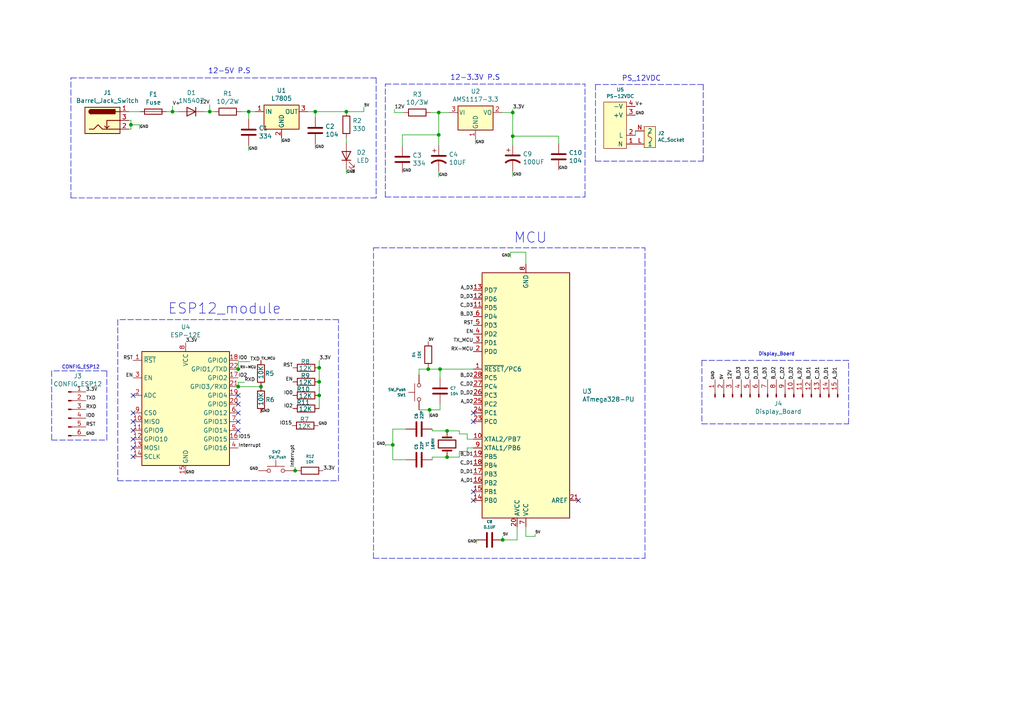
<source format=kicad_sch>
(kicad_sch (version 20211123) (generator eeschema)
  (paper "A4")
  (lib_symbols
    (symbol "AC_Socket:AC_Socket" (pin_names (offset 1.016))
      (property "Reference" "J" (at 0 0 0))
      (property "Value" "AC_Socket" (at 0 0 0))
      (symbol "AC_Socket_0_1"
        (polyline (pts (xy 27.94 -31.75) (xy 27.94 -27.94)))
        (polyline (pts (xy 27.94 -27.94) (xy 27.94 -26.67) (xy 31.242 -26.67) (xy 31.242 -32.766) (xy 27.94 -32.766) (xy 27.94 -31.75)) (fill (type background)))
        (arc (start 29.464 -28.702) (mid 29.1069 -29.3059) (end 29.718 -29.718))
        (arc (start 29.718 -30.988) (mid 30.1479 -30.353) (end 29.718 -29.718))
      )
      (symbol "AC_Socket_1_1"
        (pin power_in line (at 25.4 -31.75 0) (length 2.54) (name "1") (number "L"))
        (pin power_in line (at 25.4 -27.94 0) (length 2.54) (name "2") (number "N"))
      )
    )
    (symbol "Connector:Barrel_Jack_Switch" (pin_names hide)
      (property "Reference" "J" (at 0 5.334 0))
      (property "Value" "Barrel_Jack_Switch" (at 0 -5.08 0))
      (symbol "Barrel_Jack_Switch_0_1"
        (rectangle (start -5.08 3.81) (end 5.08 -3.81) (stroke (width 0.254)) (fill (type background)))
        (arc (start -3.302 3.175) (mid -3.937 2.54) (end -3.302 1.905) (stroke (width 0.254)))
        (arc (start -3.302 3.175) (mid -3.937 2.54) (end -3.302 1.905) (stroke (width 0.254)) (fill (type outline)))
        (polyline (pts (xy 1.27 -2.286) (xy 1.905 -1.651)) (stroke (width 0.254)))
        (polyline (pts (xy 5.08 2.54) (xy 3.81 2.54)) (stroke (width 0.254)))
        (polyline (pts (xy 5.08 0) (xy 1.27 0) (xy 1.27 -2.286) (xy 0.635 -1.651)) (stroke (width 0.254)))
        (polyline (pts (xy -3.81 -2.54) (xy -2.54 -2.54) (xy -1.27 -1.27) (xy 0 -2.54) (xy 2.54 -2.54) (xy 5.08 -2.54)) (stroke (width 0.254)))
        (rectangle (start 3.683 3.175) (end -3.302 1.905) (stroke (width 0.254)) (fill (type outline)))
      )
      (symbol "Barrel_Jack_Switch_1_1"
        (pin passive line (at 7.62 2.54 180) (length 2.54) (name "~") (number "1"))
        (pin passive line (at 7.62 -2.54 180) (length 2.54) (name "~") (number "2"))
        (pin passive line (at 7.62 0 180) (length 2.54) (name "~") (number "3"))
      )
    )
    (symbol "Connector:Conn_01x06_Male" (pin_names (offset 1.016) hide)
      (property "Reference" "J" (at 0 7.62 0))
      (property "Value" "Conn_01x06_Male" (at 0 -10.16 0))
      (symbol "Conn_01x06_Male_1_1"
        (polyline (pts (xy 1.27 -7.62) (xy 0.8636 -7.62)) (stroke (width 0.1524)))
        (polyline (pts (xy 1.27 -5.08) (xy 0.8636 -5.08)) (stroke (width 0.1524)))
        (polyline (pts (xy 1.27 -2.54) (xy 0.8636 -2.54)) (stroke (width 0.1524)))
        (polyline (pts (xy 1.27 0) (xy 0.8636 0)) (stroke (width 0.1524)))
        (polyline (pts (xy 1.27 2.54) (xy 0.8636 2.54)) (stroke (width 0.1524)))
        (polyline (pts (xy 1.27 5.08) (xy 0.8636 5.08)) (stroke (width 0.1524)))
        (rectangle (start 0.8636 -7.493) (end 0 -7.747) (stroke (width 0.1524)) (fill (type outline)))
        (rectangle (start 0.8636 -4.953) (end 0 -5.207) (stroke (width 0.1524)) (fill (type outline)))
        (rectangle (start 0.8636 -2.413) (end 0 -2.667) (stroke (width 0.1524)) (fill (type outline)))
        (rectangle (start 0.8636 0.127) (end 0 -0.127) (stroke (width 0.1524)) (fill (type outline)))
        (rectangle (start 0.8636 2.667) (end 0 2.413) (stroke (width 0.1524)) (fill (type outline)))
        (rectangle (start 0.8636 5.207) (end 0 4.953) (stroke (width 0.1524)) (fill (type outline)))
        (pin passive line (at 5.08 5.08 180) (length 3.81) (name "Pin_1") (number "1"))
        (pin passive line (at 5.08 2.54 180) (length 3.81) (name "Pin_2") (number "2"))
        (pin passive line (at 5.08 0 180) (length 3.81) (name "Pin_3") (number "3"))
        (pin passive line (at 5.08 -2.54 180) (length 3.81) (name "Pin_4") (number "4"))
        (pin passive line (at 5.08 -5.08 180) (length 3.81) (name "Pin_5") (number "5"))
        (pin passive line (at 5.08 -7.62 180) (length 3.81) (name "Pin_6") (number "6"))
      )
    )
    (symbol "Connector:Conn_01x15_Male" (pin_names (offset 1.016) hide)
      (property "Reference" "J" (at 0 20.32 0))
      (property "Value" "Conn_01x15_Male" (at 0 -20.32 0))
      (symbol "Conn_01x15_Male_1_1"
        (polyline (pts (xy 1.27 -17.78) (xy 0.8636 -17.78)) (stroke (width 0.1524)))
        (polyline (pts (xy 1.27 -15.24) (xy 0.8636 -15.24)) (stroke (width 0.1524)))
        (polyline (pts (xy 1.27 -12.7) (xy 0.8636 -12.7)) (stroke (width 0.1524)))
        (polyline (pts (xy 1.27 -10.16) (xy 0.8636 -10.16)) (stroke (width 0.1524)))
        (polyline (pts (xy 1.27 -7.62) (xy 0.8636 -7.62)) (stroke (width 0.1524)))
        (polyline (pts (xy 1.27 -5.08) (xy 0.8636 -5.08)) (stroke (width 0.1524)))
        (polyline (pts (xy 1.27 -2.54) (xy 0.8636 -2.54)) (stroke (width 0.1524)))
        (polyline (pts (xy 1.27 0) (xy 0.8636 0)) (stroke (width 0.1524)))
        (polyline (pts (xy 1.27 2.54) (xy 0.8636 2.54)) (stroke (width 0.1524)))
        (polyline (pts (xy 1.27 5.08) (xy 0.8636 5.08)) (stroke (width 0.1524)))
        (polyline (pts (xy 1.27 7.62) (xy 0.8636 7.62)) (stroke (width 0.1524)))
        (polyline (pts (xy 1.27 10.16) (xy 0.8636 10.16)) (stroke (width 0.1524)))
        (polyline (pts (xy 1.27 12.7) (xy 0.8636 12.7)) (stroke (width 0.1524)))
        (polyline (pts (xy 1.27 15.24) (xy 0.8636 15.24)) (stroke (width 0.1524)))
        (polyline (pts (xy 1.27 17.78) (xy 0.8636 17.78)) (stroke (width 0.1524)))
        (rectangle (start 0.8636 -17.653) (end 0 -17.907) (stroke (width 0.1524)) (fill (type outline)))
        (rectangle (start 0.8636 -15.113) (end 0 -15.367) (stroke (width 0.1524)) (fill (type outline)))
        (rectangle (start 0.8636 -12.573) (end 0 -12.827) (stroke (width 0.1524)) (fill (type outline)))
        (rectangle (start 0.8636 -10.033) (end 0 -10.287) (stroke (width 0.1524)) (fill (type outline)))
        (rectangle (start 0.8636 -7.493) (end 0 -7.747) (stroke (width 0.1524)) (fill (type outline)))
        (rectangle (start 0.8636 -4.953) (end 0 -5.207) (stroke (width 0.1524)) (fill (type outline)))
        (rectangle (start 0.8636 -2.413) (end 0 -2.667) (stroke (width 0.1524)) (fill (type outline)))
        (rectangle (start 0.8636 0.127) (end 0 -0.127) (stroke (width 0.1524)) (fill (type outline)))
        (rectangle (start 0.8636 2.667) (end 0 2.413) (stroke (width 0.1524)) (fill (type outline)))
        (rectangle (start 0.8636 5.207) (end 0 4.953) (stroke (width 0.1524)) (fill (type outline)))
        (rectangle (start 0.8636 7.747) (end 0 7.493) (stroke (width 0.1524)) (fill (type outline)))
        (rectangle (start 0.8636 10.287) (end 0 10.033) (stroke (width 0.1524)) (fill (type outline)))
        (rectangle (start 0.8636 12.827) (end 0 12.573) (stroke (width 0.1524)) (fill (type outline)))
        (rectangle (start 0.8636 15.367) (end 0 15.113) (stroke (width 0.1524)) (fill (type outline)))
        (rectangle (start 0.8636 17.907) (end 0 17.653) (stroke (width 0.1524)) (fill (type outline)))
        (pin passive line (at 5.08 17.78 180) (length 3.81) (name "Pin_1") (number "1"))
        (pin passive line (at 5.08 -5.08 180) (length 3.81) (name "Pin_10") (number "10"))
        (pin passive line (at 5.08 -7.62 180) (length 3.81) (name "Pin_11") (number "11"))
        (pin passive line (at 5.08 -10.16 180) (length 3.81) (name "Pin_12") (number "12"))
        (pin passive line (at 5.08 -12.7 180) (length 3.81) (name "Pin_13") (number "13"))
        (pin passive line (at 5.08 -15.24 180) (length 3.81) (name "Pin_14") (number "14"))
        (pin passive line (at 5.08 -17.78 180) (length 3.81) (name "Pin_15") (number "15"))
        (pin passive line (at 5.08 15.24 180) (length 3.81) (name "Pin_2") (number "2"))
        (pin passive line (at 5.08 12.7 180) (length 3.81) (name "Pin_3") (number "3"))
        (pin passive line (at 5.08 10.16 180) (length 3.81) (name "Pin_4") (number "4"))
        (pin passive line (at 5.08 7.62 180) (length 3.81) (name "Pin_5") (number "5"))
        (pin passive line (at 5.08 5.08 180) (length 3.81) (name "Pin_6") (number "6"))
        (pin passive line (at 5.08 2.54 180) (length 3.81) (name "Pin_7") (number "7"))
        (pin passive line (at 5.08 0 180) (length 3.81) (name "Pin_8") (number "8"))
        (pin passive line (at 5.08 -2.54 180) (length 3.81) (name "Pin_9") (number "9"))
      )
    )
    (symbol "Device:C" (pin_numbers hide) (pin_names (offset 0.254))
      (property "Reference" "C" (at 0.635 2.54 0))
      (property "Value" "C" (at 0.635 -2.54 0))
      (symbol "C_0_1"
        (polyline (pts (xy -2.032 -0.762) (xy 2.032 -0.762)) (stroke (width 0.508)))
        (polyline (pts (xy -2.032 0.762) (xy 2.032 0.762)) (stroke (width 0.508)))
      )
      (symbol "C_1_1"
        (pin passive line (at 0 3.81 270) (length 2.794) (name "~") (number "1"))
        (pin passive line (at 0 -3.81 90) (length 2.794) (name "~") (number "2"))
      )
    )
    (symbol "Device:Crystal" (pin_numbers hide) (pin_names (offset 1.016) hide)
      (property "Reference" "Y" (at 0 3.81 0))
      (property "Value" "Crystal" (at 0 -3.81 0))
      (symbol "Crystal_0_1"
        (rectangle (start -1.143 2.54) (end 1.143 -2.54) (stroke (width 0.3048)))
        (polyline (pts (xy -2.54 0) (xy -1.905 0)))
        (polyline (pts (xy -1.905 -1.27) (xy -1.905 1.27)) (stroke (width 0.508)))
        (polyline (pts (xy 1.905 -1.27) (xy 1.905 1.27)) (stroke (width 0.508)))
        (polyline (pts (xy 2.54 0) (xy 1.905 0)))
      )
      (symbol "Crystal_1_1"
        (pin passive line (at -3.81 0 0) (length 1.27) (name "1") (number "1"))
        (pin passive line (at 3.81 0 180) (length 1.27) (name "2") (number "2"))
      )
    )
    (symbol "Device:Fuse" (pin_numbers hide) (pin_names (offset 0))
      (property "Reference" "F" (at 2.032 0 90))
      (property "Value" "Fuse" (at -1.905 0 90))
      (symbol "Fuse_0_1"
        (rectangle (start -0.762 -2.54) (end 0.762 2.54) (stroke (width 0.254)))
        (polyline (pts (xy 0 2.54) (xy 0 -2.54)))
      )
      (symbol "Fuse_1_1"
        (pin passive line (at 0 3.81 270) (length 1.27) (name "~") (number "1"))
        (pin passive line (at 0 -3.81 90) (length 1.27) (name "~") (number "2"))
      )
    )
    (symbol "Device:LED" (pin_numbers hide) (pin_names (offset 1.016) hide)
      (property "Reference" "D" (at 0 2.54 0))
      (property "Value" "LED" (at 0 -2.54 0))
      (symbol "LED_0_1"
        (polyline (pts (xy -1.27 -1.27) (xy -1.27 1.27)) (stroke (width 0.254)))
        (polyline (pts (xy -1.27 0) (xy 1.27 0)))
        (polyline (pts (xy 1.27 -1.27) (xy 1.27 1.27) (xy -1.27 0) (xy 1.27 -1.27)) (stroke (width 0.254)))
        (polyline (pts (xy -3.048 -0.762) (xy -4.572 -2.286) (xy -3.81 -2.286) (xy -4.572 -2.286) (xy -4.572 -1.524)))
        (polyline (pts (xy -1.778 -0.762) (xy -3.302 -2.286) (xy -2.54 -2.286) (xy -3.302 -2.286) (xy -3.302 -1.524)))
      )
      (symbol "LED_1_1"
        (pin passive line (at -3.81 0 0) (length 2.54) (name "K") (number "1"))
        (pin passive line (at 3.81 0 180) (length 2.54) (name "A") (number "2"))
      )
    )
    (symbol "Device:R" (pin_numbers hide) (pin_names (offset 0))
      (property "Reference" "R" (at 2.032 0 90))
      (property "Value" "R" (at 0 0 90))
      (symbol "R_0_1"
        (rectangle (start -1.016 -2.54) (end 1.016 2.54) (stroke (width 0.254)))
      )
      (symbol "R_1_1"
        (pin passive line (at 0 3.81 270) (length 1.27) (name "~") (number "1"))
        (pin passive line (at 0 -3.81 90) (length 1.27) (name "~") (number "2"))
      )
    )
    (symbol "Diode:1N5407" (pin_numbers hide) (pin_names (offset 1.016) hide)
      (property "Reference" "D" (at 0 2.54 0))
      (property "Value" "1N5407" (at 0 -2.54 0))
      (symbol "1N5407_0_1"
        (polyline (pts (xy -1.27 1.27) (xy -1.27 -1.27)) (stroke (width 0.254)))
        (polyline (pts (xy 1.27 0) (xy -1.27 0)))
        (polyline (pts (xy 1.27 1.27) (xy 1.27 -1.27) (xy -1.27 0) (xy 1.27 1.27)) (stroke (width 0.254)))
      )
      (symbol "1N5407_1_1"
        (pin passive line (at -3.81 0 0) (length 2.54) (name "K") (number "1"))
        (pin passive line (at 3.81 0 180) (length 2.54) (name "A") (number "2"))
      )
    )
    (symbol "PS_12VDC:PS-12VDC" (pin_names (offset 1.016))
      (property "Reference" "U" (at 0 0 0))
      (property "Value" "PS-12VDC" (at 0 0 0))
      (symbol "PS-12VDC_0_1"
        (rectangle (start 3.302 -2.286) (end 9.906 -15.748) (fill (type background)))
      )
      (symbol "PS-12VDC_1_1"
        (pin power_in line (at 0.762 -3.556 0) (length 2.54) (name "N") (number "1"))
        (pin power_in line (at 0.762 -6.096 0) (length 2.54) (name "L") (number "2"))
        (pin power_out line (at 0.762 -11.938 0) (length 2.54) (name "+V") (number "3"))
        (pin power_out line (at 0.762 -14.478 0) (length 2.54) (name "-V") (number "4"))
      )
    )
    (symbol "RF_Module:ESP-12E"
      (property "Reference" "U" (at -12.7 19.05 0))
      (property "Value" "ESP-12E" (at 12.7 19.05 0))
      (symbol "ESP-12E_0_1"
        (rectangle (start -12.7 17.78) (end 12.7 -15.24) (stroke (width 0.254)) (fill (type background)))
      )
      (symbol "ESP-12E_1_1"
        (pin input line (at -15.24 15.24 0) (length 2.54) (name "~{RST}") (number "1"))
        (pin bidirectional line (at -15.24 -2.54 0) (length 2.54) (name "MISO") (number "10"))
        (pin bidirectional line (at -15.24 -5.08 0) (length 2.54) (name "GPIO9") (number "11"))
        (pin bidirectional line (at -15.24 -7.62 0) (length 2.54) (name "GPIO10") (number "12"))
        (pin bidirectional line (at -15.24 -10.16 0) (length 2.54) (name "MOSI") (number "13"))
        (pin bidirectional line (at -15.24 -12.7 0) (length 2.54) (name "SCLK") (number "14"))
        (pin power_in line (at 0 -17.78 90) (length 2.54) (name "GND") (number "15"))
        (pin bidirectional line (at 15.24 -7.62 180) (length 2.54) (name "GPIO15") (number "16"))
        (pin bidirectional line (at 15.24 10.16 180) (length 2.54) (name "GPIO2") (number "17"))
        (pin bidirectional line (at 15.24 15.24 180) (length 2.54) (name "GPIO0") (number "18"))
        (pin bidirectional line (at 15.24 5.08 180) (length 2.54) (name "GPIO4") (number "19"))
        (pin input line (at -15.24 5.08 0) (length 2.54) (name "ADC") (number "2"))
        (pin bidirectional line (at 15.24 2.54 180) (length 2.54) (name "GPIO5") (number "20"))
        (pin bidirectional line (at 15.24 7.62 180) (length 2.54) (name "GPIO3/RXD") (number "21"))
        (pin bidirectional line (at 15.24 12.7 180) (length 2.54) (name "GPIO1/TXD") (number "22"))
        (pin input line (at -15.24 10.16 0) (length 2.54) (name "EN") (number "3"))
        (pin bidirectional line (at 15.24 -10.16 180) (length 2.54) (name "GPIO16") (number "4"))
        (pin bidirectional line (at 15.24 -5.08 180) (length 2.54) (name "GPIO14") (number "5"))
        (pin bidirectional line (at 15.24 0 180) (length 2.54) (name "GPIO12") (number "6"))
        (pin bidirectional line (at 15.24 -2.54 180) (length 2.54) (name "GPIO13") (number "7"))
        (pin power_in line (at 0 20.32 270) (length 2.54) (name "VCC") (number "8"))
        (pin input line (at -15.24 0 0) (length 2.54) (name "CS0") (number "9"))
      )
    )
    (symbol "Regulator_Linear:AMS1117-3.3" (pin_names (offset 0.254))
      (property "Reference" "U" (at -3.81 3.175 0))
      (property "Value" "AMS1117-3.3" (at 0 3.175 0))
      (symbol "AMS1117-3.3_0_1"
        (rectangle (start -5.08 -5.08) (end 5.08 1.905) (stroke (width 0.254)) (fill (type background)))
      )
      (symbol "AMS1117-3.3_1_1"
        (pin power_in line (at 0 -7.62 90) (length 2.54) (name "GND") (number "1"))
        (pin power_out line (at 7.62 0 180) (length 2.54) (name "VO") (number "2"))
        (pin power_in line (at -7.62 0 0) (length 2.54) (name "VI") (number "3"))
      )
    )
    (symbol "Regulator_Linear:L7805" (pin_names (offset 0.254))
      (property "Reference" "U" (at -3.81 3.175 0))
      (property "Value" "L7805" (at 0 3.175 0))
      (symbol "L7805_0_1"
        (rectangle (start -5.08 1.905) (end 5.08 -5.08) (stroke (width 0.254)) (fill (type background)))
      )
      (symbol "L7805_1_1"
        (pin power_in line (at -7.62 0 0) (length 2.54) (name "IN") (number "1"))
        (pin power_in line (at 0 -7.62 90) (length 2.54) (name "GND") (number "2"))
        (pin power_out line (at 7.62 0 180) (length 2.54) (name "OUT") (number "3"))
      )
    )
    (symbol "Switch:SW_Push" (pin_numbers hide) (pin_names (offset 1.016) hide)
      (property "Reference" "SW" (at 1.27 2.54 0))
      (property "Value" "SW_Push" (at 0 -1.524 0))
      (symbol "SW_Push_0_1"
        (circle (center -2.032 0) (radius 0.508))
        (polyline (pts (xy 0 1.27) (xy 0 3.048)))
        (polyline (pts (xy 2.54 1.27) (xy -2.54 1.27)))
        (circle (center 2.032 0) (radius 0.508))
        (pin passive line (at -5.08 0 0) (length 2.54) (name "1") (number "1"))
        (pin passive line (at 5.08 0 180) (length 2.54) (name "2") (number "2"))
      )
    )
    (symbol "_7SEG_CONTROL-rescue:ATmega328-PU-MCU_Microchip_ATmega"
      (property "Reference" "U" (at -12.7 36.83 0))
      (property "Value" "ATmega328-PU-MCU_Microchip_ATmega" (at 2.54 -36.83 0))
      (symbol "ATmega328-PU-MCU_Microchip_ATmega_0_1"
        (rectangle (start -12.7 -35.56) (end 12.7 35.56) (stroke (width 0.254)) (fill (type background)))
      )
      (symbol "ATmega328-PU-MCU_Microchip_ATmega_1_1"
        (pin bidirectional line (at 15.24 -7.62 180) (length 2.54) (name "~{RESET}/PC6") (number "1"))
        (pin bidirectional line (at 15.24 12.7 180) (length 2.54) (name "XTAL2/PB7") (number "10"))
        (pin bidirectional line (at 15.24 -25.4 180) (length 2.54) (name "PD5") (number "11"))
        (pin bidirectional line (at 15.24 -27.94 180) (length 2.54) (name "PD6") (number "12"))
        (pin bidirectional line (at 15.24 -30.48 180) (length 2.54) (name "PD7") (number "13"))
        (pin bidirectional line (at 15.24 30.48 180) (length 2.54) (name "PB0") (number "14"))
        (pin bidirectional line (at 15.24 27.94 180) (length 2.54) (name "PB1") (number "15"))
        (pin bidirectional line (at 15.24 25.4 180) (length 2.54) (name "PB2") (number "16"))
        (pin bidirectional line (at 15.24 22.86 180) (length 2.54) (name "PB3") (number "17"))
        (pin bidirectional line (at 15.24 20.32 180) (length 2.54) (name "PB4") (number "18"))
        (pin bidirectional line (at 15.24 17.78 180) (length 2.54) (name "PB5") (number "19"))
        (pin bidirectional line (at 15.24 -12.7 180) (length 2.54) (name "PD0") (number "2"))
        (pin power_in line (at 2.54 38.1 270) (length 2.54) (name "AVCC") (number "20"))
        (pin passive line (at -15.24 30.48 0) (length 2.54) (name "AREF") (number "21"))
        (pin passive line (at 0 -38.1 90) (length 2.54) hide (name "GND") (number "22"))
        (pin bidirectional line (at 15.24 7.62 180) (length 2.54) (name "PC0") (number "23"))
        (pin bidirectional line (at 15.24 5.08 180) (length 2.54) (name "PC1") (number "24"))
        (pin bidirectional line (at 15.24 2.54 180) (length 2.54) (name "PC2") (number "25"))
        (pin bidirectional line (at 15.24 0 180) (length 2.54) (name "PC3") (number "26"))
        (pin bidirectional line (at 15.24 -2.54 180) (length 2.54) (name "PC4") (number "27"))
        (pin bidirectional line (at 15.24 -5.08 180) (length 2.54) (name "PC5") (number "28"))
        (pin bidirectional line (at 15.24 -15.24 180) (length 2.54) (name "PD1") (number "3"))
        (pin bidirectional line (at 15.24 -17.78 180) (length 2.54) (name "PD2") (number "4"))
        (pin bidirectional line (at 15.24 -20.32 180) (length 2.54) (name "PD3") (number "5"))
        (pin bidirectional line (at 15.24 -22.86 180) (length 2.54) (name "PD4") (number "6"))
        (pin power_in line (at 0 38.1 270) (length 2.54) (name "VCC") (number "7"))
        (pin power_in line (at 0 -38.1 90) (length 2.54) (name "GND") (number "8"))
        (pin bidirectional line (at 15.24 15.24 180) (length 2.54) (name "XTAL1/PB6") (number "9"))
      )
    )
    (symbol "_7SEG_CONTROL-rescue:CP1-Device" (pin_numbers hide) (pin_names (offset 0.254) hide)
      (property "Reference" "C" (at 0.635 2.54 0))
      (property "Value" "CP1-Device" (at 0.635 -2.54 0))
      (symbol "CP1-Device_0_1"
        (polyline (pts (xy -2.032 0.762) (xy 2.032 0.762)) (stroke (width 0.508)))
        (polyline (pts (xy -1.778 2.286) (xy -0.762 2.286)))
        (polyline (pts (xy -1.27 1.778) (xy -1.27 2.794)))
        (arc (start 2.032 -1.27) (mid 0 -0.5572) (end -2.032 -1.27) (stroke (width 0.508)))
      )
      (symbol "CP1-Device_1_1"
        (pin passive line (at 0 3.81 270) (length 2.794) (name "~") (number "1"))
        (pin passive line (at 0 -3.81 90) (length 3.302) (name "~") (number "2"))
      )
    )
  )
  (junction (at 92.583 114.681))
  (junction (at 129.667 132.588))
  (junction (at 124.206 107.061))
  (junction (at 113.919 129.032))
  (junction (at 50.038 32.385))
  (junction (at 72.136 32.385))
  (junction (at 60.833 32.385))
  (junction (at 85.598 136.525))
  (junction (at 91.44 32.385))
  (junction (at 69.088 107.061))
  (junction (at 127.635 107.061))
  (junction (at 92.583 110.744))
  (junction (at 127.254 39.116))
  (junction (at 75.692 112.141))
  (junction (at 124.587 118.872))
  (junction (at 69.088 112.141))
  (junction (at 129.667 124.968))
  (junction (at 37.973 36.195))
  (junction (at 148.717 32.639))
  (junction (at 127.254 32.639))
  (junction (at 100.457 32.385))
  (junction (at 92.583 106.68))
  (junction (at 145.796 156.591))
  (junction (at 148.717 39.497))
  (no_connect (at 137.287 142.621))
  (no_connect (at 137.287 119.761))
  (no_connect (at 69.088 114.681))
  (no_connect (at 38.608 127.381))
  (no_connect (at 137.287 145.161))
  (no_connect (at 137.287 122.301))
  (no_connect (at 69.088 117.221))
  (no_connect (at 38.608 119.761))
  (no_connect (at 69.088 122.301))
  (no_connect (at 167.767 145.161))
  (no_connect (at 38.608 124.841))
  (no_connect (at 69.088 124.841))
  (no_connect (at 38.608 129.921))
  (no_connect (at 38.608 132.461))
  (no_connect (at 69.088 119.761))
  (no_connect (at 38.608 114.681))
  (no_connect (at 38.608 122.301))
  (wire (pts (xy 133.223 130.937) (xy 133.223 132.588)))
  (wire (pts (xy 69.088 104.902) (xy 72.517 104.902)))
  (wire (pts (xy 129.667 124.968) (xy 125.349 124.968)))
  (wire (pts (xy 40.513 36.195) (xy 40.513 37.338)))
  (wire (pts (xy 69.088 107.061) (xy 69.088 104.902)))
  (wire (pts (xy 85.598 135.509) (xy 85.598 136.525)))
  (wire (pts (xy 152.527 73.152) (xy 148.082 73.152)))
  (wire (pts (xy 124.841 32.639) (xy 127.254 32.639)))
  (polyline (pts (xy 187.071 161.925) (xy 187.071 71.882)))
  (wire (pts (xy 127.254 39.116) (xy 127.254 42.164)))
  (wire (pts (xy 127.254 39.116) (xy 116.713 39.116)))
  (wire (pts (xy 138.176 156.591) (xy 138.176 157.607)))
  (wire (pts (xy 121.539 107.061) (xy 121.539 108.712)))
  (wire (pts (xy 135.509 130.937) (xy 133.223 130.937)))
  (wire (pts (xy 113.919 124.46) (xy 113.919 129.032)))
  (polyline (pts (xy 111.76 24.384) (xy 169.672 24.384)))
  (wire (pts (xy 124.206 107.061) (xy 127.635 107.061)))
  (wire (pts (xy 37.973 34.925) (xy 37.973 36.195)))
  (polyline (pts (xy 246.126 122.936) (xy 246.126 104.521)))
  (polyline (pts (xy 20.574 57.404) (xy 109.093 57.404)))
  (polyline (pts (xy 246.126 104.521) (xy 203.581 104.521)))
  (wire (pts (xy 113.919 129.032) (xy 111.76 129.032)))
  (wire (pts (xy 145.796 156.591) (xy 145.796 155.575)))
  (polyline (pts (xy 203.962 24.511) (xy 172.72 24.511)))
  (wire (pts (xy 135.509 129.921) (xy 135.509 130.937)))
  (wire (pts (xy 59.309 32.385) (xy 60.833 32.385)))
  (wire (pts (xy 86.106 136.525) (xy 85.598 136.525)))
  (wire (pts (xy 69.088 112.141) (xy 69.088 110.871)))
  (wire (pts (xy 145.542 32.639) (xy 148.717 32.639)))
  (wire (pts (xy 155.194 155.575) (xy 155.194 154.94)))
  (wire (pts (xy 127.254 32.639) (xy 127.254 39.116)))
  (wire (pts (xy 37.973 37.465) (xy 37.973 36.195)))
  (wire (pts (xy 133.223 124.968) (xy 129.667 124.968)))
  (polyline (pts (xy 20.574 22.606) (xy 109.093 22.606)))
  (polyline (pts (xy 203.962 46.736) (xy 203.962 24.511)))
  (wire (pts (xy 69.088 110.871) (xy 70.866 110.871)))
  (wire (pts (xy 48.26 32.385) (xy 50.038 32.385)))
  (wire (pts (xy 137.922 41.783) (xy 137.922 40.259)))
  (polyline (pts (xy 111.76 57.15) (xy 111.76 24.384)))
  (wire (pts (xy 37.338 37.465) (xy 37.973 37.465)))
  (polyline (pts (xy 34.163 92.71) (xy 34.163 139.446)))
  (wire (pts (xy 135.509 127.381) (xy 135.509 125.857)))
  (wire (pts (xy 127.635 117.221) (xy 127.635 118.872)))
  (wire (pts (xy 37.338 32.385) (xy 40.64 32.385)))
  (wire (pts (xy 133.223 125.857) (xy 133.223 124.968)))
  (wire (pts (xy 127.254 51.308) (xy 127.254 49.784)))
  (wire (pts (xy 69.85 32.385) (xy 72.136 32.385)))
  (wire (pts (xy 133.223 132.588) (xy 129.667 132.588)))
  (polyline (pts (xy 30.988 107.569) (xy 14.986 107.569)))
  (wire (pts (xy 125.349 124.968) (xy 125.349 124.46)))
  (wire (pts (xy 137.287 127.381) (xy 135.509 127.381)))
  (wire (pts (xy 72.136 32.385) (xy 74.041 32.385)))
  (wire (pts (xy 50.038 32.385) (xy 50.038 30.734)))
  (wire (pts (xy 92.583 118.491) (xy 92.583 114.681)))
  (wire (pts (xy 130.302 32.639) (xy 127.254 32.639)))
  (polyline (pts (xy 169.672 57.15) (xy 169.672 24.384)))
  (polyline (pts (xy 108.331 71.882) (xy 187.071 71.882)))
  (wire (pts (xy 152.527 76.581) (xy 152.527 73.152)))
  (wire (pts (xy 69.088 112.141) (xy 75.692 112.141)))
  (wire (pts (xy 92.583 114.681) (xy 92.583 110.744)))
  (polyline (pts (xy 203.581 122.936) (xy 246.126 122.936)))
  (wire (pts (xy 148.717 51.181) (xy 148.717 49.657)))
  (wire (pts (xy 81.661 41.402) (xy 81.661 40.005)))
  (polyline (pts (xy 172.72 24.511) (xy 172.72 46.736)))
  (wire (pts (xy 72.136 43.688) (xy 72.136 42.164)))
  (wire (pts (xy 113.919 133.35) (xy 113.919 129.032)))
  (wire (pts (xy 92.583 106.68) (xy 92.583 104.521)))
  (polyline (pts (xy 14.986 127.635) (xy 30.988 127.635)))
  (wire (pts (xy 162.052 39.497) (xy 162.052 41.656)))
  (wire (pts (xy 137.287 129.921) (xy 135.509 129.921)))
  (wire (pts (xy 105.537 32.385) (xy 100.457 32.385)))
  (polyline (pts (xy 98.171 92.71) (xy 34.163 92.71)))
  (wire (pts (xy 91.44 32.385) (xy 91.44 34.036)))
  (wire (pts (xy 148.717 39.497) (xy 162.052 39.497)))
  (polyline (pts (xy 30.988 127.635) (xy 30.988 107.569)))
  (wire (pts (xy 125.349 132.588) (xy 125.349 133.35)))
  (polyline (pts (xy 203.581 104.521) (xy 203.581 122.936)))
  (polyline (pts (xy 34.163 139.446) (xy 98.171 139.446)))
  (wire (pts (xy 60.833 30.353) (xy 60.833 32.385)))
  (polyline (pts (xy 108.331 161.925) (xy 187.071 161.925)))
  (wire (pts (xy 145.796 156.591) (xy 149.987 156.591)))
  (wire (pts (xy 91.44 43.18) (xy 91.44 41.656)))
  (polyline (pts (xy 20.574 57.404) (xy 20.574 22.606)))
  (wire (pts (xy 135.509 125.857) (xy 133.223 125.857)))
  (wire (pts (xy 100.457 50.419) (xy 100.457 49.022)))
  (wire (pts (xy 127.635 107.061) (xy 137.287 107.061)))
  (polyline (pts (xy 14.986 107.569) (xy 14.986 127.635)))
  (wire (pts (xy 148.082 73.152) (xy 148.082 74.676)))
  (wire (pts (xy 37.338 34.925) (xy 37.973 34.925)))
  (wire (pts (xy 121.539 107.061) (xy 124.206 107.061)))
  (wire (pts (xy 37.973 36.195) (xy 40.513 36.195)))
  (polyline (pts (xy 98.171 139.446) (xy 98.171 92.71)))
  (wire (pts (xy 117.729 124.46) (xy 113.919 124.46)))
  (wire (pts (xy 184.277 39.243) (xy 184.277 37.973)))
  (wire (pts (xy 129.667 132.588) (xy 125.349 132.588)))
  (wire (pts (xy 148.717 39.497) (xy 148.717 42.037)))
  (wire (pts (xy 100.457 41.402) (xy 100.457 40.005)))
  (wire (pts (xy 152.527 155.575) (xy 155.194 155.575)))
  (wire (pts (xy 121.539 118.872) (xy 124.587 118.872)))
  (wire (pts (xy 105.537 32.385) (xy 105.537 31.115)))
  (polyline (pts (xy 109.093 22.606) (xy 109.093 57.404)))
  (wire (pts (xy 127.635 107.061) (xy 127.635 109.601)))
  (wire (pts (xy 92.583 110.744) (xy 92.583 106.68)))
  (wire (pts (xy 117.729 133.35) (xy 113.919 133.35)))
  (wire (pts (xy 89.281 32.385) (xy 91.44 32.385)))
  (wire (pts (xy 60.833 32.385) (xy 62.23 32.385)))
  (wire (pts (xy 111.76 129.032) (xy 111.76 129.286)))
  (wire (pts (xy 114.427 32.639) (xy 114.427 31.75)))
  (wire (pts (xy 50.038 32.385) (xy 51.689 32.385)))
  (wire (pts (xy 152.527 155.575) (xy 152.527 152.781)))
  (wire (pts (xy 114.427 32.639) (xy 117.221 32.639)))
  (wire (pts (xy 91.44 32.385) (xy 100.457 32.385)))
  (wire (pts (xy 85.598 136.525) (xy 85.09 136.525)))
  (polyline (pts (xy 111.76 57.15) (xy 169.672 57.15)))
  (wire (pts (xy 149.987 156.591) (xy 149.987 152.781)))
  (wire (pts (xy 124.587 118.872) (xy 127.635 118.872)))
  (polyline (pts (xy 172.72 46.736) (xy 203.962 46.736)))
  (wire (pts (xy 148.717 32.639) (xy 148.717 31.75)))
  (wire (pts (xy 148.717 32.639) (xy 148.717 39.497)))
  (wire (pts (xy 124.206 106.68) (xy 124.206 107.061)))
  (wire (pts (xy 116.713 39.116) (xy 116.713 42.418)))
  (wire (pts (xy 124.587 118.872) (xy 124.587 121.158)))
  (polyline (pts (xy 108.331 161.925) (xy 108.331 71.882)))
  (wire (pts (xy 72.136 34.544) (xy 72.136 32.385)))
  (wire (pts (xy 69.088 107.061) (xy 69.596 107.061)))
  (text "CONFIG_ESP12\n" (at 17.907 107.188 0) (effects (font (size 0.9906 0.9906)) (justify left bottom)))
  (text "PS_12VDC\n " (at 180.34 26.162 0) (effects (font (size 1.4986 1.4986)) (justify left bottom)))
  (text "12-5V P.S\n " (at 60.325 24.003 0) (effects (font (size 1.4986 1.4986)) (justify left bottom)))
  (text "12-3.3V P.S\n " (at 130.556 25.908 0) (effects (font (size 1.4986 1.4986)) (justify left bottom)))
  (text "MCU\n" (at 148.971 70.866 0) (effects (font (size 2.9972 2.9972)) (justify left bottom)))
  (text "ESP12_module" (at 48.641 91.44 0) (effects (font (size 2.9972 2.9972)) (justify left bottom)))
  (text "Display_Board" (at 219.964 103.378 0) (effects (font (size 0.9906 0.9906)) (justify left bottom)))
  (label "D_D1" (at 137.287 137.541 180) (effects (font (size 0.9906 0.9906))))
  (label "A_D2" (at 232.791 110.109 90) (effects (font (size 0.9906 0.9906))))
  (label "GND" (at 116.713 50.038 0) (effects (font (size 0.7874 0.7874))))
  (label "D_D3" (at 137.287 86.741 180) (effects (font (size 0.9906 0.9906))))
  (label "A_D1" (at 137.287 140.081 180) (effects (font (size 0.9906 0.9906))))
  (label "GND" (at 148.082 74.676 180) (effects (font (size 0.7874 0.7874))))
  (label "5V" (at 145.796 155.575 0) (effects (font (size 0.7874 0.7874))))
  (label "C_D3" (at 217.551 110.109 90) (effects (font (size 0.9906 0.9906))))
  (label "GND" (at 207.391 110.109 90) (effects (font (size 0.7874 0.7874))))
  (label "GND" (at 92.329 123.444 0) (effects (font (size 0.7874 0.7874))))
  (label "TXD" (at 72.517 104.902 0) (effects (font (size 0.9906 0.9906))))
  (label "RX-MCU" (at 137.287 101.981 180) (effects (font (size 0.9906 0.9906))))
  (label "IO0" (at 24.892 121.285 0) (effects (font (size 0.9906 0.9906))))
  (label "A_D1" (at 242.951 110.109 90) (effects (font (size 0.9906 0.9906))))
  (label "C_D3" (at 137.287 89.281 180) (effects (font (size 0.9906 0.9906))))
  (label "RXD" (at 24.892 118.745 0) (effects (font (size 0.9906 0.9906))))
  (label "V+" (at 50.038 30.734 0) (effects (font (size 0.9906 0.9906))))
  (label "IO15" (at 84.709 123.444 180) (effects (font (size 0.9906 0.9906))))
  (label "GND" (at 127.254 51.308 0) (effects (font (size 0.7874 0.7874))))
  (label "5V" (at 124.206 99.06 0) (effects (font (size 0.7874 0.7874))))
  (label "12V" (at 212.471 110.109 90) (effects (font (size 0.9906 0.9906))))
  (label "IO0" (at 84.963 114.681 180) (effects (font (size 0.9906 0.9906))))
  (label "GND" (at 81.661 41.402 0) (effects (font (size 0.7874 0.7874))))
  (label "GND" (at 138.176 157.607 180) (effects (font (size 0.7874 0.7874))))
  (label "3.3V" (at 92.583 104.521 0) (effects (font (size 0.9906 0.9906))))
  (label "B_D2" (at 225.171 110.109 90) (effects (font (size 0.9906 0.9906))))
  (label "D_D2" (at 137.287 114.681 180) (effects (font (size 0.9906 0.9906))))
  (label "B_D1" (at 137.287 132.461 180) (effects (font (size 0.9906 0.9906))))
  (label "GND" (at 148.717 51.181 0) (effects (font (size 0.7874 0.7874))))
  (label "C_D2" (at 227.711 110.109 90) (effects (font (size 0.9906 0.9906))))
  (label "GND" (at 75.692 119.761 0) (effects (font (size 0.7874 0.7874))))
  (label "B_D3" (at 215.011 110.109 90) (effects (font (size 0.9906 0.9906))))
  (label "RST" (at 84.963 106.68 180) (effects (font (size 0.9906 0.9906))))
  (label "GND" (at 53.848 137.541 0) (effects (font (size 0.7874 0.7874))))
  (label "RXD" (at 70.866 110.871 0) (effects (font (size 0.9906 0.9906))))
  (label "GND" (at 24.892 126.365 0) (effects (font (size 0.7874 0.7874))))
  (label "A_D2" (at 137.287 117.221 180) (effects (font (size 0.9906 0.9906))))
  (label "GND" (at 137.922 41.783 0) (effects (font (size 0.7874 0.7874))))
  (label "RX-MCU" (at 69.596 107.061 0) (effects (font (size 0.7112 0.7112))))
  (label "EN" (at 38.608 109.601 180) (effects (font (size 0.9906 0.9906))))
  (label "C_D1" (at 237.871 110.109 90) (effects (font (size 0.9906 0.9906))))
  (label "Interrupt" (at 85.598 135.509 90) (effects (font (size 0.9906 0.9906))))
  (label "12V" (at 60.833 30.353 180) (effects (font (size 0.9906 0.9906))))
  (label "3.3V" (at 93.726 136.525 0) (effects (font (size 0.9906 0.9906))))
  (label "A_D3" (at 137.287 84.201 180) (effects (font (size 0.9906 0.9906))))
  (label "RST" (at 24.892 123.825 0) (effects (font (size 0.9906 0.9906))))
  (label "C_D1" (at 137.287 135.001 180) (effects (font (size 0.9906 0.9906))))
  (label "GND" (at 184.277 33.401 0) (effects (font (size 0.7874 0.7874))))
  (label "RST" (at 137.287 94.361 180) (effects (font (size 0.9906 0.9906))))
  (label "A_D3" (at 222.631 110.109 90) (effects (font (size 0.9906 0.9906))))
  (label "GND" (at 162.052 49.276 0) (effects (font (size 0.7874 0.7874))))
  (label "D_D1" (at 240.411 110.109 90) (effects (font (size 0.9906 0.9906))))
  (label "TX_MCU" (at 75.692 104.521 0) (effects (font (size 0.7112 0.7112))))
  (label "5V" (at 209.931 110.109 90) (effects (font (size 0.7874 0.7874))))
  (label "IO15" (at 69.088 127.381 0) (effects (font (size 0.9906 0.9906))))
  (label "EN" (at 137.287 96.901 180) (effects (font (size 0.9906 0.9906))))
  (label "V+" (at 184.277 30.861 0) (effects (font (size 0.9906 0.9906))))
  (label "GND" (at 40.513 37.338 0) (effects (font (size 0.7874 0.7874))))
  (label "GND" (at 111.76 129.286 180) (effects (font (size 0.7874 0.7874))))
  (label "TX_MCU" (at 137.287 99.441 180) (effects (font (size 0.9906 0.9906))))
  (label "GND" (at 100.457 50.419 0) (effects (font (size 0.7874 0.7874))))
  (label "IO2" (at 69.088 109.601 0) (effects (font (size 0.9906 0.9906))))
  (label "3.3V" (at 53.848 99.441 0) (effects (font (size 0.9906 0.9906))))
  (label "GND" (at 74.93 136.525 180) (effects (font (size 0.7874 0.7874))))
  (label "TXD" (at 24.892 116.205 0) (effects (font (size 0.9906 0.9906))))
  (label "B_D1" (at 235.331 110.109 90) (effects (font (size 0.9906 0.9906))))
  (label "D_D2" (at 230.251 110.109 90) (effects (font (size 0.9906 0.9906))))
  (label "IO2" (at 84.963 118.491 180) (effects (font (size 0.9906 0.9906))))
  (label "B_D3" (at 137.287 91.821 180) (effects (font (size 0.9906 0.9906))))
  (label "B_D2" (at 137.287 109.601 180) (effects (font (size 0.9906 0.9906))))
  (label "5V" (at 155.194 154.94 0) (effects (font (size 0.7874 0.7874))))
  (label "C_D2" (at 137.287 112.141 180) (effects (font (size 0.9906 0.9906))))
  (label "EN" (at 84.963 110.744 180) (effects (font (size 0.9906 0.9906))))
  (label "IO0" (at 69.088 104.521 0) (effects (font (size 0.9906 0.9906))))
  (label "3.3V" (at 148.717 31.75 0) (effects (font (size 0.9906 0.9906))))
  (label "GND" (at 72.136 43.688 0) (effects (font (size 0.7874 0.7874))))
  (label "GND" (at 124.587 121.158 0) (effects (font (size 0.7874 0.7874))))
  (label "12V" (at 114.427 31.75 0) (effects (font (size 0.9906 0.9906))))
  (label "RST" (at 38.608 104.521 180) (effects (font (size 0.9906 0.9906))))
  (label "5V" (at 105.537 31.115 0) (effects (font (size 0.7874 0.7874))))
  (label "Interrupt" (at 69.088 129.921 0) (effects (font (size 0.9906 0.9906))))
  (label "D_D3" (at 220.091 110.109 90) (effects (font (size 0.9906 0.9906))))
  (label "3.3V" (at 24.892 113.665 0) (effects (font (size 0.9906 0.9906))))
  (label "GND" (at 91.44 43.18 0) (effects (font (size 0.7874 0.7874))))
  (symbol (lib_id "Connector:Barrel_Jack_Switch") (at 29.718 34.925 0) (unit 1)
    (property "Reference" "J1" (at 31.1658 26.8732 0))
    (property "Value" "Barrel_Jack_Switch" (at 31.1658 29.1846 0))
    (property "Footprint" "Connector_BarrelJack:BarrelJack_Horizontal" (effects hide))
  )
  (symbol (lib_id "Device:C") (at 91.44 37.846 0) (unit 1)
    (property "Reference" "C2" (at 94.361 36.6776 0) (effects (justify left)))
    (property "Value" "104" (at 94.361 38.989 0) (effects (justify left)))
    (property "Footprint" "Capacitor_THT:C_Disc_D7.0mm_W2.5mm_P5.00mm" (effects hide))
  )
  (symbol (lib_id "Device:LED") (at 100.457 45.212 90) (unit 1)
    (property "Reference" "D2" (at 103.4288 44.2214 90) (effects (justify right)))
    (property "Value" "LED" (at 103.4288 46.5328 90) (effects (justify right)))
    (property "Footprint" "LED_THT:LED_D5.0mm" (effects hide))
  )
  (symbol (lib_id "Device:R") (at 100.457 36.195 0) (unit 1)
    (property "Reference" "R2" (at 102.235 35.0266 0) (effects (justify left)))
    (property "Value" "330" (at 102.235 37.338 0) (effects (justify left)))
    (property "Footprint" "Resistor_THT:R_Axial_DIN0207_L6.3mm_D2.5mm_P10.16mm_Horizontal" (effects hide))
  )
  (symbol (lib_id "Regulator_Linear:AMS1117-3.3") (at 137.922 32.639 0) (unit 1)
    (property "Reference" "U2" (at 137.922 26.4922 0))
    (property "Value" "AMS1117-3.3" (at 137.922 28.8036 0))
    (property "Footprint" "Package_TO_SOT_SMD:SOT-223-3_TabPin2" (effects hide))
    (property "Datasheet" "http://www.advanced-monolithic.com/pdf/ds1117.pdf" (effects hide))
  )
  (symbol (lib_id "Device:R") (at 121.031 32.639 270) (unit 1)
    (property "Reference" "R3" (at 121.031 27.3812 90))
    (property "Value" "10/3W" (at 121.031 29.6926 90))
    (property "Footprint" "Resistor_THT:R_Axial_Power_L20.0mm_W6.4mm_P25.40mm" (effects hide))
  )
  (symbol (lib_id "Device:C") (at 141.986 156.591 270) (unit 1)
    (property "Reference" "C8" (at 141.986 151.3078 90) (effects (font (size 0.7874 0.7874))))
    (property "Value" "0.1UF" (at 141.986 152.8826 90) (effects (font (size 0.7874 0.7874))))
    (property "Footprint" "Capacitor_THT:C_Disc_D7.0mm_W2.5mm_P5.00mm" (effects hide))
  )
  (symbol (lib_id "Device:Crystal") (at 129.667 128.778 90) (unit 1)
    (property "Reference" "Y1" (at 123.9774 128.778 0) (effects (font (size 0.7874 0.7874))))
    (property "Value" "16MH" (at 125.5522 128.778 0) (effects (font (size 0.7874 0.7874))))
    (property "Footprint" "Crystal:Resonator-2Pin_W10.0mm_H5.0mm" (effects hide))
  )
  (symbol (lib_id "Device:C") (at 121.539 124.46 270) (unit 1)
    (property "Reference" "C6" (at 120.7516 121.539 0) (effects (font (size 0.7874 0.7874)) (justify right)))
    (property "Value" "22P" (at 122.3264 121.539 0) (effects (font (size 0.7874 0.7874)) (justify right)))
    (property "Footprint" "Capacitor_THT:C_Disc_D7.0mm_W2.5mm_P5.00mm" (effects hide))
  )
  (symbol (lib_id "Device:C") (at 121.539 133.35 270) (unit 1)
    (property "Reference" "C5" (at 120.7516 130.429 0) (effects (font (size 0.7874 0.7874)) (justify right)))
    (property "Value" "22P" (at 122.3264 130.429 0) (effects (font (size 0.7874 0.7874)) (justify right)))
    (property "Footprint" "Capacitor_THT:C_Disc_D7.0mm_W2.5mm_P5.00mm" (effects hide))
  )
  (symbol (lib_id "Switch:SW_Push") (at 121.539 113.792 90) (unit 1)
    (property "Reference" "SW1" (at 117.7798 114.5794 90) (effects (font (size 0.7874 0.7874)) (justify left)))
    (property "Value" "SW_Push" (at 117.7798 113.0046 90) (effects (font (size 0.7874 0.7874)) (justify left)))
    (property "Footprint" "Button_Switch_THT:SW_PUSH_6mm_H7.3mm" (effects hide))
  )
  (symbol (lib_id "Device:R") (at 124.206 102.87 0) (mirror x) (unit 1)
    (property "Reference" "R4" (at 120.0658 102.87 90) (effects (font (size 0.7874 0.7874))))
    (property "Value" "10K" (at 121.6406 102.87 90) (effects (font (size 0.7874 0.7874))))
    (property "Footprint" "Resistor_THT:R_Axial_DIN0207_L6.3mm_D2.5mm_P10.16mm_Horizontal" (effects hide))
  )
  (symbol (lib_id "Device:C") (at 127.635 113.411 180) (unit 1)
    (property "Reference" "C7" (at 130.556 112.6236 0) (effects (font (size 0.7874 0.7874)) (justify right)))
    (property "Value" "104" (at 130.556 114.1984 0) (effects (font (size 0.7874 0.7874)) (justify right)))
    (property "Footprint" "Capacitor_THT:C_Disc_D7.0mm_W2.5mm_P5.00mm" (effects hide))
  )
  (symbol (lib_id "_7SEG_CONTROL-rescue:ATmega328-PU-MCU_Microchip_ATmega") (at 152.527 114.681 180) (unit 1)
    (property "Reference" "U3" (at 168.8846 113.5126 0) (effects (justify right)))
    (property "Value" "ATmega328-PU" (at 168.8846 115.824 0) (effects (justify right)))
    (property "Footprint" "Package_DIP:DIP-28_W7.62mm_Socket_LongPads" (effects hide))
    (property "Datasheet" "http://ww1.microchip.com/downloads/en/DeviceDoc/ATmega328_P%20AVR%20MCU%20with%20picoPower%20Technology%20Data%20Sheet%2040001984A.pdf" (effects hide))
  )
  (symbol (lib_id "Device:Fuse") (at 44.45 32.385 270) (unit 1)
    (property "Reference" "F1" (at 44.45 27.3812 90))
    (property "Value" "Fuse" (at 44.45 29.6926 90))
    (property "Footprint" "Fuse:Fuseholder_Cylinder-5x20mm_Schurter_0031_8201_Horizontal_Open" (effects hide))
  )
  (symbol (lib_id "Diode:1N5407") (at 55.499 32.385 180) (unit 1)
    (property "Reference" "D1" (at 55.499 26.8986 0))
    (property "Value" "1N5407" (at 55.499 29.21 0))
    (property "Footprint" "Diode_THT:D_DO-201AD_P15.24mm_Horizontal" (effects hide))
    (property "Datasheet" "http://www.vishay.com/docs/88516/1n5400.pdf" (effects hide))
  )
  (symbol (lib_id "Device:C") (at 72.136 38.354 0) (unit 1)
    (property "Reference" "C1" (at 75.057 37.1856 0) (effects (justify left)))
    (property "Value" "334" (at 75.057 39.497 0) (effects (justify left)))
    (property "Footprint" "Capacitor_THT:C_Disc_D7.0mm_W2.5mm_P5.00mm" (effects hide))
  )
  (symbol (lib_id "Regulator_Linear:L7805") (at 81.661 32.385 0) (unit 1)
    (property "Reference" "U1" (at 81.661 26.2382 0))
    (property "Value" "L7805" (at 81.661 28.5496 0))
    (property "Footprint" "Package_TO_SOT_THT:TO-220-3_Vertical" (effects hide))
    (property "Datasheet" "http://www.st.com/content/ccc/resource/technical/document/datasheet/41/4f/b3/b0/12/d4/47/88/CD00000444.pdf/files/CD00000444.pdf/jcr:content/translations/en.CD00000444.pdf" (effects hide))
  )
  (symbol (lib_id "_7SEG_CONTROL-rescue:CP1-Device") (at 127.254 45.974 0) (unit 1)
    (property "Reference" "C4" (at 130.175 44.8056 0) (effects (justify left)))
    (property "Value" "10UF" (at 130.175 47.117 0) (effects (justify left)))
    (property "Footprint" "Capacitor_THT:CP_Radial_D5.0mm_P2.00mm" (effects hide))
  )
  (symbol (lib_id "_7SEG_CONTROL-rescue:CP1-Device") (at 148.717 45.847 0) (unit 1)
    (property "Reference" "C9" (at 151.638 44.6786 0) (effects (justify left)))
    (property "Value" "100UF" (at 151.638 46.99 0) (effects (justify left)))
    (property "Footprint" "Capacitor_THT:CP_Radial_D8.0mm_P3.50mm" (effects hide))
  )
  (symbol (lib_id "Device:C") (at 116.713 46.228 0) (unit 1)
    (property "Reference" "C3" (at 119.634 45.0596 0) (effects (justify left)))
    (property "Value" "334" (at 119.634 47.371 0) (effects (justify left)))
    (property "Footprint" "Capacitor_THT:C_Disc_D7.0mm_W2.5mm_P5.00mm" (effects hide))
  )
  (symbol (lib_id "Device:C") (at 162.052 45.466 0) (unit 1)
    (property "Reference" "C10" (at 164.973 44.2976 0) (effects (justify left)))
    (property "Value" "104" (at 164.973 46.609 0) (effects (justify left)))
    (property "Footprint" "Capacitor_THT:C_Disc_D7.0mm_W2.5mm_P5.00mm" (effects hide))
  )
  (symbol (lib_id "Device:R") (at 66.04 32.385 270) (unit 1)
    (property "Reference" "R1" (at 66.04 27.1272 90))
    (property "Value" "10/2W" (at 66.04 29.4386 90))
    (property "Footprint" "Resistor_THT:R_Axial_Power_L20.0mm_W6.4mm_P25.40mm" (effects hide))
  )
  (symbol (lib_id "Connector:Conn_01x15_Male") (at 225.171 115.189 90) (unit 1)
    (property "Reference" "J4" (at 225.7298 117.0432 90))
    (property "Value" "Display_Board" (at 225.7298 119.3546 90))
    (property "Footprint" "Connector_PinHeader_2.54mm:PinHeader_1x15_P2.54mm_Vertical" (effects hide))
  )
  (symbol (lib_id "RF_Module:ESP-12E") (at 53.848 119.761 0) (unit 1)
    (property "Reference" "U4" (at 53.848 94.8436 0))
    (property "Value" "ESP-12E" (at 53.848 97.155 0))
    (property "Footprint" "RF_Module:ESP-12E" (effects hide))
    (property "Datasheet" "http://wiki.ai-thinker.com/_media/esp8266/esp8266_series_modules_user_manual_v1.1.pdf" (effects hide))
  )
  (symbol (lib_id "Device:R") (at 75.692 108.331 0) (unit 1)
    (property "Reference" "R5" (at 76.835 108.331 0) (effects (justify left)))
    (property "Value" "10K" (at 75.692 109.982 90) (effects (justify left)))
    (property "Footprint" "Resistor_THT:R_Axial_DIN0207_L6.3mm_D2.5mm_P10.16mm_Horizontal" (effects hide))
  )
  (symbol (lib_id "Device:R") (at 75.692 115.951 0) (unit 1)
    (property "Reference" "R6" (at 76.962 115.951 0) (effects (justify left)))
    (property "Value" "10K" (at 75.692 117.729 90) (effects (justify left)))
    (property "Footprint" "Resistor_THT:R_Axial_DIN0207_L6.3mm_D2.5mm_P10.16mm_Horizontal" (effects hide))
  )
  (symbol (lib_id "Device:R") (at 88.773 106.68 90) (unit 1)
    (property "Reference" "R8" (at 89.916 104.902 90) (effects (justify left)))
    (property "Value" "12K" (at 90.551 106.807 90) (effects (justify left)))
    (property "Footprint" "Resistor_THT:R_Axial_DIN0207_L6.3mm_D2.5mm_P10.16mm_Horizontal" (effects hide))
  )
  (symbol (lib_id "Device:R") (at 88.773 110.744 90) (unit 1)
    (property "Reference" "R9" (at 89.916 108.966 90) (effects (justify left)))
    (property "Value" "12K" (at 90.551 110.871 90) (effects (justify left)))
    (property "Footprint" "Resistor_THT:R_Axial_DIN0207_L6.3mm_D2.5mm_P10.16mm_Horizontal" (effects hide))
  )
  (symbol (lib_id "Device:R") (at 88.773 114.681 90) (unit 1)
    (property "Reference" "R10" (at 89.916 112.903 90) (effects (justify left)))
    (property "Value" "12K" (at 90.551 114.808 90) (effects (justify left)))
    (property "Footprint" "Resistor_THT:R_Axial_DIN0207_L6.3mm_D2.5mm_P10.16mm_Horizontal" (effects hide))
  )
  (symbol (lib_id "Device:R") (at 88.773 118.491 90) (unit 1)
    (property "Reference" "R11" (at 89.916 116.713 90) (effects (justify left)))
    (property "Value" "12K" (at 90.551 118.618 90) (effects (justify left)))
    (property "Footprint" "Resistor_THT:R_Axial_DIN0207_L6.3mm_D2.5mm_P10.16mm_Horizontal" (effects hide))
  )
  (symbol (lib_id "Device:R") (at 88.519 123.444 90) (unit 1)
    (property "Reference" "R7" (at 89.662 121.666 90) (effects (justify left)))
    (property "Value" "12K" (at 90.297 123.571 90) (effects (justify left)))
    (property "Footprint" "Resistor_THT:R_Axial_DIN0207_L6.3mm_D2.5mm_P10.16mm_Horizontal" (effects hide))
  )
  (symbol (lib_id "PS_12VDC:PS-12VDC") (at 185.039 45.339 180) (unit 1)
    (property "Reference" "U5" (at 179.9082 26.0096 0) (effects (font (size 0.9906 0.9906))))
    (property "Value" "PS-12VDC" (at 179.9082 27.9146 0) (effects (font (size 0.9906 0.9906))))
    (property "Footprint" "PS_12VDC:PS_12VDC" (effects hide))
  )
  (symbol (lib_id "AC_Socket:AC_Socket") (at 158.877 10.033 0) (unit 1)
    (property "Reference" "J2" (at 190.8302 38.6588 0) (effects (font (size 0.9906 0.9906)) (justify left)))
    (property "Value" "AC_Socket" (at 190.8302 40.5638 0) (effects (font (size 0.9906 0.9906)) (justify left)))
    (property "Footprint" "AC_Socket:AC_Socket" (effects hide))
  )
  (symbol (lib_id "Switch:SW_Push") (at 80.01 136.525 0) (unit 1)
    (property "Reference" "SW2" (at 78.867 131.064 0) (effects (font (size 0.7874 0.7874)) (justify left)))
    (property "Value" "SW_Push" (at 77.851 132.588 0) (effects (font (size 0.7874 0.7874)) (justify left)))
    (property "Footprint" "Button_Switch_THT:SW_PUSH_6mm_H7.3mm" (effects hide))
  )
  (symbol (lib_id "Device:R") (at 89.916 136.525 90) (mirror x) (unit 1)
    (property "Reference" "R12" (at 89.916 132.3848 90) (effects (font (size 0.7874 0.7874))))
    (property "Value" "10K" (at 89.916 133.9596 90) (effects (font (size 0.7874 0.7874))))
    (property "Footprint" "Resistor_THT:R_Axial_DIN0207_L6.3mm_D2.5mm_P7.62mm_Horizontal" (effects hide))
  )
  (symbol (lib_id "Connector:Conn_01x06_Male") (at 19.812 118.745 0) (unit 1)
    (property "Reference" "J3" (at 22.5552 109.0676 0))
    (property "Value" "CONFIG_ESP12" (at 22.5552 111.379 0))
    (property "Footprint" "Connector_PinHeader_2.54mm:PinHeader_1x06_P2.54mm_Vertical" (effects hide))
  )
)
</source>
